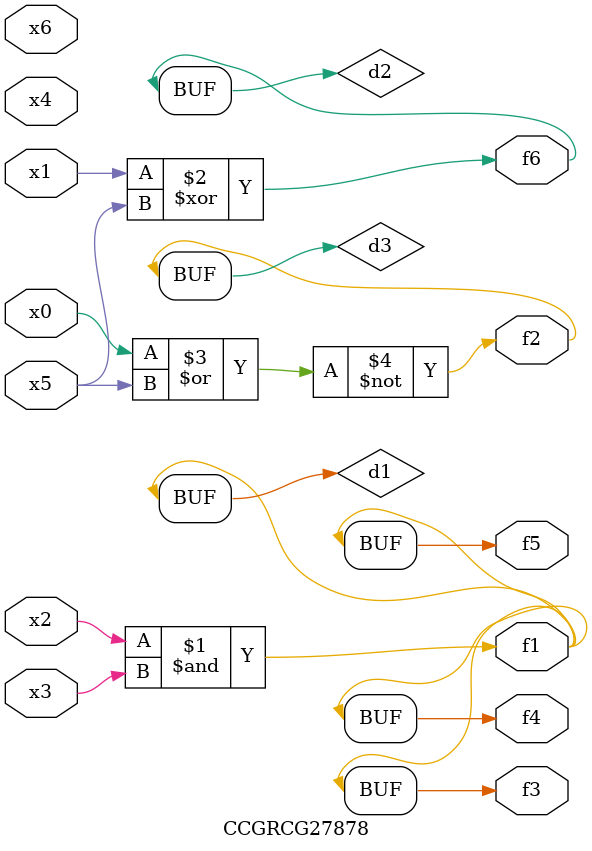
<source format=v>
module CCGRCG27878(
	input x0, x1, x2, x3, x4, x5, x6,
	output f1, f2, f3, f4, f5, f6
);

	wire d1, d2, d3;

	and (d1, x2, x3);
	xor (d2, x1, x5);
	nor (d3, x0, x5);
	assign f1 = d1;
	assign f2 = d3;
	assign f3 = d1;
	assign f4 = d1;
	assign f5 = d1;
	assign f6 = d2;
endmodule

</source>
